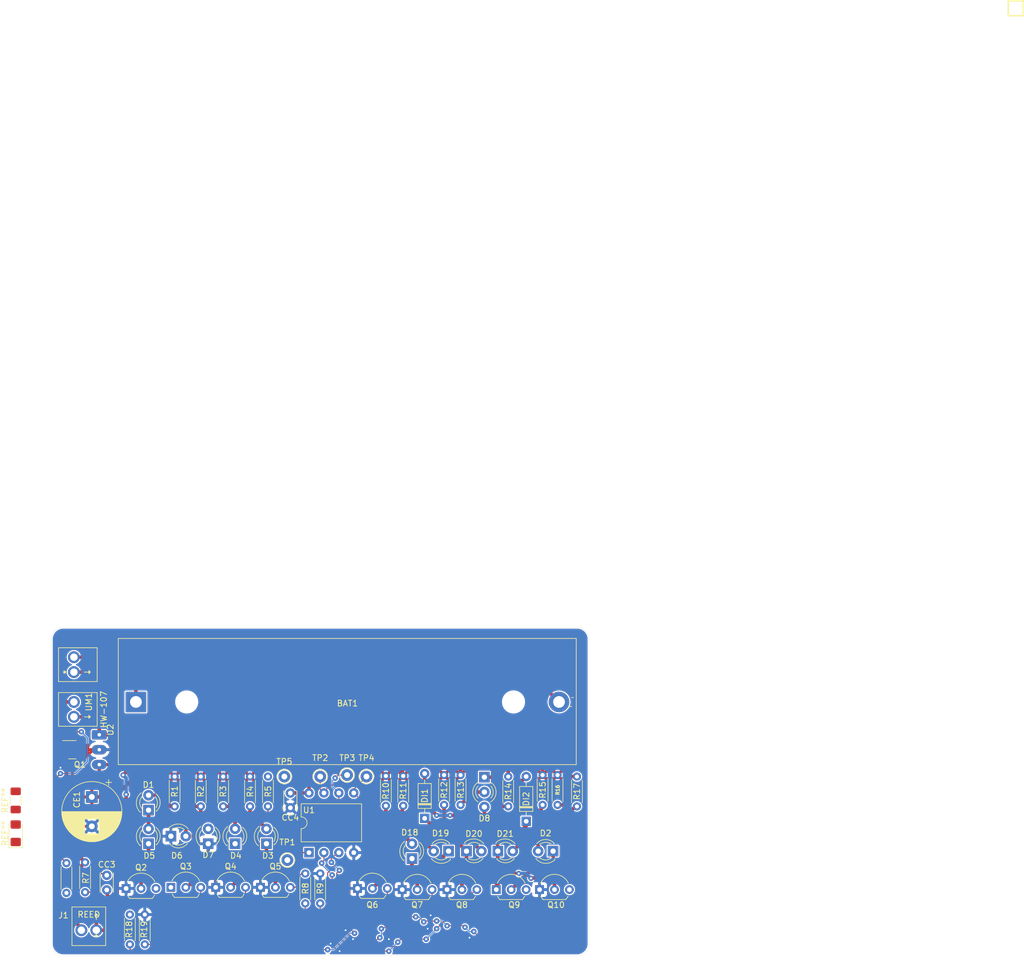
<source format=kicad_pcb>
(kicad_pcb (version 20211014) (generator pcbnew)
  (title_block (title "Fairy Box") (date "2022-09-25") (rev "v0.1") (company "Mico Pico") (comment 1 "This is the best"))
  (layers (0 "F.Cu" signal "Front") (31 "B.Cu" signal "Back") (36 "B.SilkS" user "B.Silkscreen") (37 "F.SilkS" user "F.Silkscreen") (38 "B.Mask" user) (39 "F.Mask" user) (44 "Edge.Cuts" user))
  (net 0 "")
  (net 1 "GND")
  (net 2 "/B+")
  (net 3 "/B-")
  (net 4 "+BATT")
  (net 5 "Net-(D8-Pad3)")
  (net 6 "/Q9_COL")
  (net 7 "/MCU GPIO0 MOSI")
  (net 8 "/MCU GPIO1 MISO")
  (net 9 "/MCU GPIO2 SCK")
  (net 10 "/MCU GPIO4")
  (net 11 "/Q5_COL")
  (net 12 "/D20_AN")
  (net 13 "/RP8")
  (net 14 "+5V")
  (net 15 "/Q4_COL")
  (net 16 "/D5_AN")
  (net 17 "/D1_AN")
  (net 18 "/Q2_COL")
  (net 19 "/D18_AN")
  (net 20 "/MCU GPIO3")
  (net 21 "/Q3_COL")
  (net 22 "/Q6_COL")
  (net 23 "/D2_AN")
  (net 24 "/D7_AN")
  (net 25 "/Q7_COL")
  (net 26 "/D21_AN")
  (net 27 "/Q8_COL")
  (net 28 "/Q2_BASE")
  (net 29 "/Q5_BASE")
  (net 30 "/REED_RETURN")
  (net 31 "/D8_AN1")
  (net 32 "/D8_AN2")
  (net 33 "/D19_AN")
  (net 34 "/Q10_COL")
  (net 35 "/D3_AN")
  (net 36 "Net-(U1-Pad1)")
  (net 37 "-BATT")
  (net 38 "/MCU RST")
  (net 39 "/R17_AN")
  (net 40 "/Q1_BASE")
  (footprint "LED_THT:LED_D3.0mm-3" (layer "F.Cu") (at 124.46 76.3 -90)
    (fp_text reference "D8")
    (fp_text value locked "ORNG")
  )
  (footprint "Package_TO_SOT_THT:TO-92L_Inline_Wide" (layer "F.Cu") (at 71.11 95.065)
    (fp_text reference "Q3")
    (fp_text value locked "C114")
  )
  (footprint "Package_TO_SOT_THT:TO-92L_Inline_Wide" (layer "F.Cu") (at 118.1 95.446)
    (fp_text reference "Q8")
    (fp_text value locked "C114")
  )
  (footprint "UltraLibrary:Via-GND" (layer "F.Cu") (at 115.316 99.822)
    (fp_text reference "JP5" hide)
    (fp_text value "ViaGND" hide)
  )
  (footprint "Capacitor_THT:CP_Radial_D10.0mm_P5.00mm" (layer "F.Cu") (at 57.658 79.674323 -90)
    (fp_text reference "CE1")
    (fp_text value locked "2200uF")
  )
  (footprint "Package_TO_SOT_SMD:SOT-23" (layer "F.Cu") (at 54.356 71.628)
    (fp_text reference "Q1")
    (fp_text value locked "SI2302")
  )
  (footprint "UltraLibrary:LED_D3.0mm-DRC-larger-silk-footprint" (layer "F.Cu") (at 67.31 81.92 90)
    (fp_text reference "D1")
    (fp_text value locked "RED")
  )
  (footprint "Connector_Pin:Pin_D1.0mm_L10.0mm" (layer "F.Cu") (at 96.52 76.2)
    (fp_text reference "TP2")
    (fp_text value locked "SCK")
  )
  (footprint "Resistor_THT:R_Axial_DIN0204_L3.6mm_D1.6mm_P5.08mm_Horizontal" (layer "F.Cu") (at 71.755 76.2 -90)
    (fp_text reference "R1")
    (fp_text value locked "68R")
  )
  (footprint "UltraLibrary:Via-GND" (layer "F.Cu") (at 102.108 103.886)
    (fp_text reference "JP7" hide)
    (fp_text value "ViaGND" hide)
  )
  (footprint "Diode_THT:D_DO-35_SOD27_P7.62mm_Horizontal" (layer "F.Cu") (at 114.3 83.312 90)
    (fp_text reference "DI1")
    (fp_text value "1N914" hide)
  )
  (footprint "UltraLibrary:HW-107 2.54mm terminals" (layer "F.Cu") (at 57.15 66.04 90)
    (fp_text reference "UM1")
    (fp_text value "HW-107")
  )
  (footprint "LED_SMD:LED_1206_3216Metric_Pad1.42x1.75mm_HandSolder" (layer "F.Cu") (at 44.704 85.852 90)
    (fp_text reference "REF**")
    (fp_text value "LED_1206_3216Metric_Pad1.42x1.75mm_HandSolder" hide)
  )
  (footprint "UltraLibrary:LED_D3.0mm-DRC-larger-silk-footprint" (layer "F.Cu") (at 126.741 88.9)
    (fp_text reference "D21")
    (fp_text value locked "BLU-V")
  )
  (footprint "UltraLibrary:Via-GND" (layer "F.Cu") (at 98.298 104.648)
    (fp_text reference "JP6" hide)
    (fp_text value "ViaGND" hide)
  )
  (footprint "UltraLibrary:Via-GND" (layer "F.Cu") (at 114.808 102.108)
    (fp_text reference "JP2" hide)
    (fp_text value "ViaGND" hide)
  )
  (footprint "UltraLibrary:Via-GND" (layer "F.Cu") (at 52.324 74.676)
    (fp_text reference "JP1" hide)
    (fp_text value "ViaGND" hide)
  )
  (footprint "Resistor_THT:R_Axial_DIN0204_L3.6mm_D1.6mm_P5.08mm_Horizontal" (layer "F.Cu") (at 117.602 75.946 -90)
    (fp_text reference "R12")
    (fp_text value locked "100R")
  )
  (footprint "Connector_Pin:Pin_D1.0mm_L10.0mm" (layer "F.Cu") (at 90.932 90.424)
    (fp_text reference "TP1")
    (fp_text value locked "GND")
  )
  (footprint "Connector_Pin:Pin_D1.0mm_L10.0mm" (layer "F.Cu") (at 104.394 76.2)
    (fp_text reference "TP4")
    (fp_text value locked "MOSI")
  )
  (footprint "Resistor_THT:R_Axial_DIN0204_L3.6mm_D1.6mm_P5.08mm_Horizontal" (layer "F.Cu") (at 93.98 97.79 90)
    (fp_text reference "R8")
    (fp_text value "4.7K" hide)
  )
  (footprint "UltraLibrary:LED_D3.0mm-DRC-larger-silk-footprint" (layer "F.Cu") (at 82.042 87.635 90)
    (fp_text reference "D4")
    (fp_text value locked "RED")
  )
  (footprint "Resistor_THT:R_Axial_DIN0204_L3.6mm_D1.6mm_P5.08mm_Horizontal" (layer "F.Cu") (at 76.2 76.2 -90)
    (fp_text reference "R2")
    (fp_text value locked "150R")
  )
  (footprint "UltraLibrary:LED_D3.0mm-DRC-larger-silk-footprint" (layer "F.Cu") (at 118.364 88.895 180)
    (fp_text reference "D19")
    (fp_text value locked "BLUE")
  )
  (footprint "Resistor_THT:R_Axial_DIN0204_L3.6mm_D1.6mm_P5.08mm_Horizontal" (layer "F.Cu") (at 120.404 75.946 -90)
    (fp_text reference "R13")
    (fp_text value locked "470R")
  )
  (footprint "Resistor_THT:R_Axial_DIN0204_L3.6mm_D1.6mm_P5.08mm_Horizontal" (layer "F.Cu") (at 140.208 76.2 -90)
    (fp_text reference "R17")
    (fp_text value locked "150R")
  )
  (footprint "Connector_Pin:Pin_D1.0mm_L10.0mm" (layer "F.Cu") (at 90.424 76.2)
    (fp_text reference "TP5")
    (fp_text value locked "VCC")
  )
  (footprint "UltraLibrary:LED_D3.0mm-DRC-larger-silk-footprint" (layer "F.Cu") (at 136.149 88.9 180)
    (fp_text reference "D2")
    (fp_text value locked "RED")
  )
  (footprint "UltraLibrary:LED_D3.0mm-DRC-larger-silk-footprint" (layer "F.Cu") (at 87.376 87.635 90)
    (fp_text reference "D3")
    (fp_text value locked "BLUE")
  )
  (footprint "Package_TO_SOT_THT:TO-92L_Inline_Wide" (layer "F.Cu") (at 102.87 95.25)
    (fp_text reference "Q6")
    (fp_text value locked "C114")
  )
  (footprint "UltraLibrary:Via-GND" (layer "F.Cu") (at 99.822 105.918)
    (fp_text reference "JP9" hide)
    (fp_text value "ViaGND" hide)
  )
  (footprint "UltraLibrary:LED_D3.0mm-DRC-larger-silk-footprint" (layer "F.Cu") (at 112.141 90.17 90)
    (fp_text reference "D18")
    (fp_text value locked "YELLOW")
  )
  (footprint "Diode_THT:D_DO-35_SOD27_P7.62mm_Horizontal" (layer "F.Cu") (at 131.572 83.82 90)
    (fp_text reference "DI2")
    (fp_text value locked "1N914")
  )
  (footprint "Resistor_THT:R_Axial_DIN0204_L3.6mm_D1.6mm_P5.08mm_Horizontal" (layer "F.Cu") (at 96.52 97.79 90)
    (fp_text reference "R9")
    (fp_text value "47K" hide)
  )
  (footprint "Resistor_THT:R_Axial_DIN0204_L3.6mm_D1.6mm_P5.08mm_Horizontal" (layer "F.Cu") (at 110.644 76.1 -90)
    (fp_text reference "R11")
    (fp_text value locked "100R")
  )
  (footprint "Package_TO_SOT_THT:TO-92L_Inline_Wide" (layer "F.Cu") (at 110.48 95.446)
    (fp_text reference "Q7")
    (fp_text value locked "C114")
  )
  (footprint "Resistor_THT:R_Axial_DIN0204_L3.6mm_D1.6mm_P5.08mm_Horizontal" (layer "F.Cu") (at 56.515 90.805 -90)
    (fp_text reference "R7")
    (fp_text value locked "300R")
  )
  (footprint "Package_TO_SOT_THT:TO-92L_Inline_Wide" (layer "F.Cu") (at 78.74 95.065)
    (fp_text reference "Q4")
    (fp_text value locked "C114")
  )
  (footprint "Resistor_THT:R_Axial_DIN0204_L3.6mm_D1.6mm_P5.08mm_Horizontal" (layer "F.Cu") (at 64.135 104.775 90)
    (fp_text reference "R18")
    (fp_text value locked "4.7K")
  )
  (footprint "Package_TO_SOT_THT:TO-92L_Inline_Wide" (layer "F.Cu") (at 86.36 95.065)
    (fp_text reference "Q5")
    (fp_text value locked "C3200")
  )
  (footprint "Resistor_THT:R_Axial_DIN0204_L3.6mm_D1.6mm_P5.08mm_Horizontal" (layer "F.Cu") (at 53.34 90.932 -90)
    (fp_text reference "R6" hide)
    (fp_text value locked "1K")
  )
  (footprint "Package_TO_SOT_THT:TO-92L_Inline_Wide" (layer "F.Cu") (at 133.848 95.446)
    (fp_text reference "Q10")
    (fp_text value locked "C114")
  )
  (footprint "Resistor_THT:R_Axial_DIN0204_L3.6mm_D1.6mm_P5.08mm_Horizontal" (layer "F.Cu") (at 66.675 104.775 90)
    (fp_text reference "R19")
    (fp_text value locked "47K")
  )
  (footprint "Resistor_THT:R_Axial_DIN0204_L3.6mm_D1.6mm_P5.08mm_Horizontal" (layer "F.Cu") (at 87.63 76.2 -90)
    (fp_text reference "R5")
    (fp_text value locked "10K")
  )
  (footprint "UltraLibrary:LED_D3.0mm-DRC-larger-silk-footprint" (layer "F.Cu") (at 121.412 88.9)
    (fp_text reference "D20")
    (fp_text value locked "BLU-V")
  )
  (footprint "UltraLibrary:KF128-2P" (layer "F.Cu") (at 58.42 101.6 180)
    (fp_text reference "J1")
    (fp_text value "REED")
  )
  (footprint "Connector_Pin:Pin_D1.0mm_L10.0mm" (layer "F.Cu") (at 101.092 75.946)
    (fp_text reference "TP3")
    (fp_text value locked "MISO")
  )
  (footprint "UltraLibrary:LED_D3.0mm-DRC-larger-silk-footprint" (layer "F.Cu") (at 71.115 86.36)
    (fp_text reference "D6")
    (fp_text value locked "BLUE")
  )
  (footprint "UltraLibrary:LED_D3.0mm-DRC-larger-silk-footprint" (layer "F.Cu") (at 77.47 87.635 90)
    (fp_text reference "D7")
    (fp_text value locked "RED")
  )
  (footprint "Resistor_THT:R_Axial_DIN0204_L3.6mm_D1.6mm_P5.08mm_Horizontal" (layer "F.Cu") (at 136.906 75.946 -90)
    (fp_text reference "R16")
    (fp_text value locked "10R")
  )
  (footprint "Battery:18650 battery sled 1x" (layer "F.Cu") (at 65.16 62.738)
    (fp_text reference "BAT1")
    (fp_text value locked "3.7 V")
  )
  (footprint "UltraLibrary:Via-GND" (layer "F.Cu") (at 121.92 103.632)
    (fp_text reference "JP4" hide)
    (fp_text value "ViaGND" hide)
  )
  (footprint "Resistor_THT:R_Axial_DIN0204_L3.6mm_D1.6mm_P5.08mm_Horizontal" (layer "F.Cu") (at 84.582 76.2 -90)
    (fp_text reference "R4")
    (fp_text value locked "150R")
  )
  (footprint "Resistor_THT:R_Axial_DIN0204_L3.6mm_D1.6mm_P5.08mm_Horizontal" (layer "F.Cu") (at 134.366 75.946 -90)
    (fp_text reference "R15")
    (fp_text value locked "100R")
  )
  (footprint "Resistor_SMD:R_1206_3216Metric_Pad1.30x1.75mm_HandSolder" (layer "F.Cu") (at 44.704 80.264 90)
    (fp_text reference "REF**")
    (fp_text value "R_1206_3216Metric_Pad1.30x1.75mm_HandSolder" hide)
  )
  (footprint "Package_TO_SOT_THT:TO-92L_Inline_Wide" (layer "F.Cu") (at 63.5 95.25)
    (fp_text reference "Q2")
    (fp_text value locked "C3200")
  )
  (footprint "UltraLibrary:Via-GND" (layer "F.Cu") (at 108.204 103.886)
    (fp_text reference "JP8" hide)
    (fp_text value "ViaGND" hide)
  )
  (footprint "Resistor_THT:R_Axial_DIN0204_L3.6mm_D1.6mm_P5.08mm_Horizontal" (layer "F.Cu") (at 107.696 76.1 -90)
    (fp_text reference "R10")
    (fp_text value locked "100R")
  )
  (footprint "Resistor_THT:R_Axial_DIN0204_L3.6mm_D1.6mm_P5.08mm_Horizontal" (layer "F.Cu") (at 80.01 76.2 -90)
    (fp_text reference "R3")
    (fp_text value locked "47R")
  )
  (footprint "Capacitor_THT:C_Disc_D3.0mm_W2.0mm_P2.50mm" (layer "F.Cu") (at 60.198 95.504 90)
    (fp_text reference "CC3")
    (fp_text value locked "2.2nF")
  )
  (footprint "UltraLibrary:Via-GND" (layer "F.Cu") (at 100.838 102.362)
    (fp_text reference "JP3" hide)
    (fp_text value "ViaGND" hide)
  )
  (footprint "Capacitor_THT:C_Disc_D3.0mm_W2.0mm_P2.50mm" (layer "F.Cu") (at 91.44 79.014 -90)
    (fp_text reference "CC4")
    (fp_text value locked "0.1uF")
  )
  (footprint "UltraLibrary:3p-P2.54mm-big-pad-wire-holes" (layer "F.Cu") (at 58.928 69.088 -90)
    (fp_text reference "U2")
    (fp_text value locked "CJ7032")
  )
  (footprint "UltraLibrary:LED_D3.0mm-DRC-larger-silk-footprint" (layer "F.Cu") (at 67.31 87.635 90)
    (fp_text reference "D5")
    (fp_text value locked "RED")
  )
  (footprint "Package_DIP:DIP-8_W10.16mm" (layer "F.Cu") (at 94.615 89.154 90)
    (fp_text reference "U1")
    (fp_text value locked "ATTINY85")
  )
  (footprint "Package_TO_SOT_THT:TO-92L_Inline_Wide" (layer "F.Cu") (at 126.482 95.446)
    (fp_text reference "Q9")
    (fp_text value locked "C114")
  )
  (footprint "Resistor_THT:R_Axial_DIN0204_L3.6mm_D1.6mm_P5.08mm_Horizontal" (layer "F.Cu") (at 128.516 76.2 -90)
    (fp_text reference "R14")
    (fp_text value locked "150R")
  )
  (gr_rect (start 216.154 -53.34) (end 213.614 -55.88) (layer "F.SilkS") (width 0.254) (fill none))
  (gr_line (start 142.24 104.68) (end 142.24 52.8) (layer "Edge.Cuts") (width 0.0381))
  (gr_arc (start 50.8 52.8) (mid 51.385786 51.385786) (end 52.8 50.8) (layer "Edge.Cuts") (width 0.0381))
  (gr_arc (start 52.8 106.68) (mid 51.385275 106.094725) (end 50.8 104.68) (layer "Edge.Cuts") (width 0.0381))
  (gr_line (start 140.24 50.8) (end 52.8 50.8) (layer "Edge.Cuts") (width 0.0381))
  (gr_arc (start 140.24 50.8) (mid 141.654214 51.385786) (end 142.24 52.8) (layer "Edge.Cuts") (width 0.0381))
  (gr_line (start 50.8 52.8) (end 50.8 104.68) (layer "Edge.Cuts") (width 0.0381))
  (gr_arc (start 142.24 104.68) (mid 141.645042 106.085042) (end 140.24 106.68) (layer "Edge.Cuts") (width 0.0381))
  (gr_line (start 140.24 106.68) (end 52.8 106.68) (layer "Edge.Cuts") (width 0.0381))
  (segment (start 77.47 87.635) (end 77.47 91.186) (width 0.6) (layer "F.Cu") (net 1))
  (segment (start 99.568 105.918) (end 99.822 105.918) (width 0.15) (layer "F.Cu") (net 1))
  (segment (start 55.464323 84.674323) (end 57.658 84.674323) (width 0.45) (layer "F.Cu") (net 1))
  (segment (start 57.912 71.628) (end 54.356 75.184) (width 0.45) (layer "F.Cu") (net 1))
  (segment (start 54.356 75.184) (end 54.356 83.566) (width 0.45) (layer "F.Cu") (net 1))
  (segment (start 98.298 104.648) (end 99.568 105.918) (width 0.15) (layer "F.Cu") (net 1))
  (segment (start 54.7855 71.628) (end 58.928 71.628) (width 0.45) (layer "F.Cu") (net 1))
  (segment (start 100.838 102.362) (end 100.838 102.616) (width 0.15) (layer "F.Cu") (net 1))
  (segment (start 77.47 91.186) (end 78.74 92.456) (width 0.6) (layer "F.Cu") (net 1))
  (segment (start 54.356 83.566) (end 55.464323 84.674323) (width 0.45) (layer "F.Cu") (net 1))
  (segment (start 78.74 92.456) (end 78.74 95.065) (width 0.6) (layer "F.Cu") (net 1))
  (segment (start 100.838 102.616) (end 102.108 103.886) (width 0.15) (layer "F.Cu") (net 1))
  (segment (start 65.16 60.08) (end 63.5 58.42) (width 0.6) (layer "F.Cu") (net 2))
  (segment (start 63.5 58.42) (end 54.61 58.42) (width 0.6) (layer "F.Cu") (net 2))
  (segment (start 65.16 63.5) (end 65.16 60.08) (width 0.6) (layer "F.Cu") (net 2))
  (segment (start 129.54 55.88) (end 54.61 55.88) (width 0.6) (layer "F.Cu") (net 3))
  (segment (start 137.16 63.5) (end 129.54 55.88) (width 0.6) (layer "F.Cu") (net 3))
  (segment (start 63.5 86.995) (end 61.976 88.519) (width 0.6) (layer "F.Cu") (net 4))
  (segment (start 63.5 75.438) (end 63.5 71.12) (width 0.6) (layer "F.Cu") (net 4))
  (segment (start 58.42 98.552) (end 58.42 102.362) (width 0.6) (layer "F.Cu") (net 4))
  (segment (start 61.976 100.584) (end 60.198 102.362) (width 0.6) (layer "F.Cu") (net 4))
  (segment (start 60.325 96.647) (end 58.42 98.552) (width 0.6) (layer "F.Cu") (net 4))
  (segment (start 57.404 66.04) (end 54.61 66.04) (width 0.6) (layer "F.Cu") (net 4))
  (segment (start 60.325 95.23) (end 60.325 96.647) (width 0.6) (layer "F.Cu") (net 4))
  (segment (start 61.976 88.519) (end 61.976 100.584) (width 0.6) (layer "F.Cu") (net 4))
  (segment (start 62.992 75.946) (end 63.5 75.438) (width 0.6) (layer "F.Cu") (net 4))
  (segment (start 61.468 69.088) (end 58.928 69.088) (width 0.6) (layer "F.Cu") (net 4))
  (segment (start 63.5 78.994) (end 63.5 86.995) (width 0.6) (layer "F.Cu") (net 4))
  (segment (start 60.198 102.362) (end 58.42 102.362) (width 0.6) (layer "F.Cu") (net 4))
  (segment (start 58.928 69.088) (end 58.928 67.564) (width 0.6) (layer "F.Cu") (net 4))
  (segment (start 58.928 67.564) (end 57.404 66.04) (width 0.6) (layer "F.Cu") (net 4))
  (segment (start 63.5 71.12) (end 61.468 69.088) (width 0.6) (layer "F.Cu") (net 4))
  (via (at 62.992 75.946) (size 0.95) (drill 0.4) (layers "F.Cu" "B.Cu") (net 4))
  (via (at 63.5 79.248) (size 0.95) (drill 0.4) (layers "F.Cu" "B.Cu") (net 4))
  (segment (start 63.5 78.994) (end 63.5 76.454) (width 0.6) (layer "B.Cu") (net 4))
  (segment (start 63.5 76.454) (end 62.992 75.946) (width 0.6) (layer "B.Cu") (net 4))
  (segment (start 128.778 84.074) (end 130.048 82.804) (width 0.6) (layer "F.Cu") (net 5))
  (segment (start 121.158 84.328) (end 123.698 84.328) (width 0.6) (layer "F.Cu") (net 5))
  (segment (start 124.46 83.566) (end 124.46 81.38) (width 0.6) (layer "F.Cu") (net 5))
  (segment (start 114.3 75.692) (end 114.3 80.772) (width 0.6) (layer "F.Cu") (net 5))
  (segment (start 130.048 82.804) (end 130.048 77.724) (width 0.6) (layer "F.Cu") (net 5))
  (segment (start 119.634 82.804) (end 121.158 84.328) (width 0.6) (layer "F.Cu") (net 5))
  (segment (start 114.3 80.772) (end 116.332 82.804) (width 0.6) (layer "F.Cu") (net 5))
  (segment (start 124.46 82.804) (end 125.73 84.074) (width 0.6) (layer "F.Cu") (net 5))
  (segment (start 125.73 84.074) (end 128.778 84.074) (width 0.6) (layer "F.Cu") (net 5))
  (segment (start 118.618 82.804) (end 119.634 82.804) (width 0.6) (layer "F.Cu") (net 5))
  (segment (start 130.048 77.724) (end 131.572 76.2) (width 0.6) (layer "F.Cu") (net 5))
  (segment (start 123.698 84.328) (end 124.46 83.566) (width 0.6) (layer "F.Cu") (net 5))
  (via (at 118.618 82.804) (size 0.9) (drill 0.35) (layers "F.Cu" "B.Cu") (net 5))
  (via (at 116.332 82.804) (size 0.9) (drill 0.35) (layers "F.Cu" "B.Cu") (net 5))
  (segment (start 116.332 82.804) (end 118.618 82.804) (width 0.6) (layer "B.Cu") (net 5))
  (segment (start 135.128 91.948) (end 136.149 90.927) (width 0.6) (layer "F.Cu") (net 6))
  (segment (start 129.022 95.446) (end 130.488 93.98) (width 0.6) (layer "F.Cu") (net 6))
  (segment (start 130.556 93.98) (end 132.588 91.948) (width 0.6) (layer "F.Cu") (net 6))
  (segment (start 136.149 90.927) (end 136.149 88.9) (width 0.6) (layer "F.Cu") (net 6))
  (segment (start 132.588 91.948) (end 135.128 91.948) (width 0.6) (layer "F.Cu") (net 6))
  (segment (start 130.488 93.98) (end 130.556 93.98) (width 0.6) (layer "F.Cu") (net 6))
  (segment (start 106.045 92.075) (end 108.585 89.535) (width 0.15) (layer "F.Cu") (net 7))
  (segment (start 101.6 93.345) (end 102.87 92.075) (width 0.15) (layer "F.Cu") (net 7))
  (segment (start 69.215 106.045) (end 67.945 104.775) (width 0.15) (layer "F.Cu") (net 7))
  (segment (start 104.14 82.042) (end 104.14 80.899) (width 0.15) (layer "F.Cu") (net 7))
  (segment (start 108.585 89.535) (end 108.585 86.487) (width 0.15) (layer "F.Cu") (net 7))
  (segment (start 64.135 105.537) (end 64.135 104.775) (width 0.15) (layer "F.Cu") (net 7))
  (segment (start 97.79 105.664) (end 97.771559 105.682441) (width 0.15) (layer "F.Cu") (net 7))
  (segment (start 104.394 76.2) (end 102.235 78.359) (width 0.15) (layer "F.Cu") (net 7))
  (segment (start 108.585 86.487) (end 104.14 82.042) (width 0.15) (layer "F.Cu") (net 7))
  (segment (start 101.6 102.108) (end 101.6 93.345) (width 0.15) (layer "F.Cu") (net 7))
  (segment (start 102.87 92.075) (end 106.045 92.075) (width 0.15) (layer "F.Cu") (net 7))
  (segment (start 76.19 102.86) (end 76.19 95.065) (width 0.15) (layer "F.Cu") (net 7))
  (segment (start 67.945 104.775) (end 66.675 104.775) (width 0.15) (layer "F.Cu") (net 7))
  (segment (start 79.375 106.045) (end 76.19 102.86) (width 0.15) (layer "F.Cu") (net 7))
  (segment (start 94.977559 105.682441) (end 94.615 106.045) (width 0.15) (layer "F.Cu") (net 7))
  (segment (start 94.615 106.045) (end 64.643 106.045) (width 0.15) (layer "F.Cu") (net 7))
  (segment (start 64.643 106.045) (end 64.135 105.537) (width 0.15) (layer "F.Cu") (net 7))
  (segment (start 102.362 102.87) (end 101.6 102.108) (width 0.15) (layer "F.Cu") (net 7))
  (segment (start 104.14 80.899) (end 102.235 78.994) (width 0.15) (layer "F.Cu") (net 7))
  (segment (start 97.771559 105.682441) (end 94.977559 105.682441) (width 0.15) (layer "F.Cu") (net 7))
  (via (at 97.79 105.664) (size 0.95) (drill 0.35) (layers "F.Cu" "B.Cu") (net 7))
  (via (at 102.362 102.87) (size 0.95) (drill 0.35) (layers "F.Cu" "B.Cu") (net 7))
  (segment (start 97.79 105.664) (end 98.806 105.664) (width 0.15) (layer "B.Cu") (net 7))
  (segment (start 98.806 105.664) (end 101.6 102.87) (width 0.15) (layer "B.Cu") (net 7))
  (segment (start 101.6 102.87) (end 102.362 102.87) (width 0.15) (layer "B.Cu") (net 7))
  (segment (start 84.836 101.854) (end 95.25 101.854) (width 0.15) (layer "F.Cu") (net 8))
  (segment (start 99.695 78.74) (end 99.695 81.28) (width 0.15) (layer "F.Cu") (net 8))
  (segment (start 99.695 81.28) (end 104.902 86.487) (width 0.15) (layer "F.Cu") (net 8))
  (segment (start 104.902 86.487) (end 104.902 89.662) (width 0.15) (layer "F.Cu") (net 8))
  (segment (start 103.886 90.678) (end 99.713449 90.678) (width 0.15) (layer "F.Cu") (net 8))
  (segment (start 99.713449 90.678) (end 97.79 92.601449) (width 0.15) (layer "F.Cu") (net 8))
  (segment (start 83.82 95.065) (end 83.82 100.838) (width 0.15) (layer "F.Cu") (net 8))
  (segment (start 94.234 99.568) (end 93.98 99.314) (width 0.15) (layer "F.Cu") (net 8))
  (segment (start 94.234 99.568) (end 97.536 99.568) (width 0.15) (layer "F.Cu") (net 8))
  (segment (start 104.902 89.662) (end 103.886 90.678) (width 0.15) (layer "F.Cu") (net 8))
  (segment (start 96.774 99.568) (end 96.52 99.314) (width 0.15) (layer "F.Cu") (net 8))
  (segment (start 83.82 100.838) (end 84.836 101.854) (width 0.15) (layer "F.Cu") (net 8))
  (segment (start 96.52 99.314) (end 96.52 97.79) (width 0.15) (layer "F.Cu") (net 8))
  (segment (start 95.25 101.854) (end 97.536 99.568) (width 0.15) (layer "F.Cu") (net 8))
  (segment (start 97.79 99.314) (end 97.536 99.568) (width 0.15) (layer "F.Cu") (net 8))
  (segment (start 101.092 75.946) (end 99.568 75.946) (width 0.15) (layer "F.Cu") (net 8))
  (segment (start 93.98 99.314) (end 93.98 97.79) (width 0.15) (layer "F.Cu") (net 8))
  (segment (start 99.568 75.946) (end 99.06 76.454) (width 0.15) (layer "F.Cu") (net 8))
  (segment (start 97.79 92.601449) (end 97.79 99.314) (width 0.15) (layer "F.Cu") (net 8))
  (via (at 99.06 76.454) (size 0.95) (drill 0.35) (layers "F.Cu" "B.Cu") (net 8))
  (segment (start 98.679 77.978) (end 99.695 78.994) (width 0.15) (layer "B.Cu") (net 8))
  (segment (start 98.552 77.978) (end 98.679 77.978) (width 0.15) (layer "B.Cu") (net 8))
  (segment (start 99.06 76.454) (end 98.552 76.962) (width 0.15) (layer "B.Cu") (net 8))
  (segment (start 98.552 76.962) (end 98.552 77.978) (width 0.15) (layer "B.Cu") (net 8))
  (segment (start 100.838 78.335127) (end 100.148362 77.645489) (width 0.15) (layer "F.Cu") (net 9))
  (segment (start 96.52 76.2) (end 96.52 78.359) (width 0.15) (layer "F.Cu") (net 9))
  (segment (start 101.854 104.648) (end 100.076 102.87) (width 0.15) (layer "F.Cu") (net 9))
  (segment (start 100.838 79.502) (end 100.838 78.335127) (width 0.15) (layer "F.Cu") (net 9))
  (segment (start 98.249511 77.645489) (end 97.155 78.74) (width 0.15) (layer "F.Cu") (net 9))
  (segment (start 107.315 88.519) (end 107.315 85.979) (width 0.15) (layer "F.Cu") (net 9))
  (segment (start 115.57 98.425) (end 115.57 95.25) (width 0.15) (layer "F.Cu") (net 9))
  (segment (start 106.68 103.6395) (end 105.1635 104.648) (width 0.15) (layer "F.Cu") (net 9))
  (segment (start 100.148362 77.645489) (end 98.249511 77.645489) (width 0.15) (layer "F.Cu") (net 9))
  (segment (start 106.934 102.1005) (end 108.1965 101.6) (width 0.15) (layer "F.Cu") (net 9))
  (segment (start 100.076 102.87) (end 100.076 93.98) (width 0.15) (layer "F.Cu") (net 9))
  (segment (start 105.1635 104.648) (end 101.854 104.648) (width 0.15) (layer "F.Cu") (net 9))
  (segment (start 107.315 85.979) (end 100.838 79.502) (width 0.15) (layer "F.Cu") (net 9))
  (segment (start 102.616 91.44) (end 104.394 91.44) (width 0.15) (layer "F.Cu") (net 9))
  (segment (start 108.1965 101.6) (end 112.395 101.6) (width 0.15) (layer "F.Cu") (net 9))
  (segment (start 112.395 101.6) (end 115.57 98.425) (width 0.15) (layer "F.Cu") (net 9))
  (segment (start 100.076 93.98) (end 102.616 91.44) (width 0.15) (layer "F.Cu") (net 9))
  (segment (start 104.394 91.44) (end 107.315 88.519) (width 0.15) (layer "F.Cu") (net 9))
  (segment (start 96.52 78.359) (end 97.155 78.994) (width 0.15) (layer "F.Cu") (net 9))
  (via (at 106.68 103.6395) (size 0.95) (drill 0.35) (layers "F.Cu" "B.Cu") (net 9))
  (via (at 106.934 102.1005) (size 0.95) (drill 0.35) (layers "F.Cu" "B.Cu") (net 9))
  (segment (start 106.68 103.6395) (end 106.934 103.3855) (width 0.15) (layer "B.Cu") (net 9))
  (segment (start 106.934 103.3855) (end 106.934 102.1005) (width 0.15) (layer "B.Cu") (net 9))
  (segment (start 98.425 90.805) (end 98.425 90.17) (width 0.15) (layer "F.Cu") (net 10))
  (segment (start 120.904 101.6) (end 121.158 101.854) (width 0.15) (layer "F.Cu") (net 10))
  (segment (start 119.590176 105.156) (end 101.346 105.156) (width 0.15) (layer "F.Cu") (net 10))
  (segment (start 107.95 98.552) (end 107.95 95.25) (width 0.15) (layer "F.Cu") (net 10))
  (segment (start 98.425 90.17) (end 99.695 88.9) (width 0.15) (layer "F.Cu") (net 10))
  (segment (start 114.281357 100.801881) (end 114.145619 100.937619) (width 0.15) (layer "F.Cu") (net 10))
  (segment (start 122.654619 102.588619) (end 123.952 103.886) (width 0.15) (layer "F.Cu") (net 10))
  (segment (start 129.032 103.886) (end 130.048 104.902) (width 0.15) (layer "F.Cu") (net 10))
  (segment (start 123.952 103.886) (end 129.032 103.886) (width 0.15) (layer "F.Cu") (net 10))
  (segment (start 101.346 105.156) (end 99.314 103.124) (width 0.15) (layer "F.Cu") (net 10))
  (segment (start 112.776 100.076) (end 109.474 100.076) (width 0.15) (layer "F.Cu") (net 10))
  (segment (start 99.329011 92.622751) (end 99.785881 92.165881) (width 0.15) (layer "F.Cu") (net 10))
  (segment (start 130.048 104.902) (end 119.844176 104.902) (width 0.15) (layer "F.Cu") (net 10))
  (segment (start 116.332 100.801881) (end 114.281357 100.801881) (width 0.15) (layer "F.Cu") (net 10))
  (segment (start 118.11 101.6) (end 120.904 101.6) (width 0.15) (layer "F.Cu") (net 10))
  (segment (start 119.844176 104.902) (end 119.590176 105.156) (width 0.15) (layer "F.Cu") (net 10))
  (segment (start 109.474 100.076) (end 107.95 98.552) (width 0.15) (layer "F.Cu") (net 10))
  (segment (start 99.314 103.124) (end 99.314 93.297754) (width 0.15) (layer "F.Cu") (net 10))
  (segment (start 99.329011 93.282743) (end 99.329011 92.622751) (width 0.15) (layer "F.Cu") (net 10))
  (segment (start 99.314 93.297754) (end 99.329011 93.282743) (width 0.15) (layer "F.Cu") (net 10))
  (via (at 99.785881 92.165881) (size 0.95) (drill 0.35) (layers "F.Cu" "B.Cu") (net 10))
  (via (at 98.425 90.805) (size 0.95) (drill 0.35) (layers "F.Cu" "B.Cu") (net 10))
  (via (at 118.11 101.6) (size 0.95) (drill 0.35) (layers "F.Cu" "B.Cu") (net 10))
  (via (at 112.776 100.076) (size 0.95) (drill 0.35) (layers "F.Cu" "B.Cu") (net 10))
  (via (at 116.332 100.801881) (size 0.95) (drill 0.35) (layers "F.Cu" "B.Cu") (net 10))
  (via (at 122.654619 102.588619) (size 0.95) (drill 0.35) (layers "F.Cu" "B.Cu") (net 10))
  (via (at 114.145619 100.937619) (size 0.95) (drill 0.35) (layers "F.Cu" "B.Cu") (net 10))
  (via (at 121.158 101.854) (size 0.95) (drill 0.35) (layers "F.Cu" "B.Cu") (net 10))
  (segment (start 121.892619 102.588619) (end 121.158 101.854) (width 0.15) (layer "B.Cu") (net 10))
  (segment (start 122.654619 102.588619) (end 121.892619 102.588619) (width 0.15) (layer "B.Cu") (net 10))
  (segment (start 117.311881 100.801881) (end 116.332 100.801881) (width 0.15) (layer "B.Cu") (net 10))
  (segment (start 99.785881 92.165881) (end 98.425 90.805) (width 0.15) (layer "B.Cu") (net 10))
  (segment (start 113.284 100.076) (end 114.145619 100.937619) (width 0.15) (layer "B.Cu") (net 10))
  (segment (start 112.776 100.076) (end 113.284 100.076) (width 0.15) (layer "B.Cu") (net 10))
  (segment (start 118.11 101.6) (end 117.311881 100.801881) (width 0.15) (layer "B.Cu") (net 10))
  (segment (start 88.9 90.805) (end 88.9 95.065) (width 0.6) (layer "F.Cu") (net 11))
  (segment (start 87.376 87.63) (end 87.376 89.281) (width 0.6) (layer "F.Cu") (net 11))
  (segment (start 87.376 89.281) (end 88.9 90.805) (width 0.6) (layer "F.Cu") (net 11))
  (segment (start 117.602 83.566) (end 119.126 85.09) (width 0.6) (layer "F.Cu") (net 12))
  (segment (start 119.126 85.09) (end 120.142 85.09) (width 0.6) (layer "F.Cu") (net 12))
  (segment (start 120.142 85.09) (end 123.952 88.9) (width 0.6) (layer "F.Cu") (net 12))
  (segment (start 117.602 81.026) (end 117.602 83.566) (width 0.6) (layer "F.Cu") (net 12))
  (segment (start 59.162 92.73) (end 58.42 93.472) (width 0.2) (layer "F.Cu") (net 13))
  (segment (start 60.325 92.73) (end 59.162 92.73) (width 0.2) (layer "F.Cu") (net 13))
  (segment (start 57.531 95.885) (end 56.515 95.885) (width 0.2) (layer "F.Cu") (net 13))
  (segment (start 58.42 93.472) (end 58.42 94.996) (width 0.2) (layer "F.Cu") (net 13))
  (segment (start 58.42 94.996) (end 57.531 95.885) (width 0.2) (layer "F.Cu") (net 13))
  (segment (start 111.76 73.914) (end 110.49 75.184) (width 0.6) (layer "F.Cu") (net 14))
  (segment (start 94.615 74.93) (end 94.615 78.994) (width 0.6) (layer "F.Cu") (net 14))
  (segment (start 61.549677 79.674323) (end 57.658 79.674323) (width 0.6) (layer "F.Cu") (net 14))
  (segment (start 128.516 74.668) (end 128.516 76.2) (width 0.6) (layer "F.Cu") (net 14))
  (segment (start 107.696 74.422) (end 108.204 74.422) (width 0.6) (layer "F.Cu") (net 14))
  (segment (start 64.77 76.454) (end 64.77 74.93) (width 0.6) (layer "F.Cu") (net 14))
  (segment (start 64.77 74.93) (end 68.58 71.12) (width 0.6) (layer "F.Cu") (net 14))
  (segment (start 94.615 78.994) (end 91.46 78.994) (width 0.6) (layer "F.Cu") (net 14))
  (segment (start 90.805 71.12) (end 94.615 74.93) (width 0.6) (layer "F.Cu") (net 14))
  (segment (start 104.394 71.12) (end 107.696 74.422) (width 0.6) (layer "F.Cu") (net 14))
  (segment (start 110.49 75.184) (end 110.49 75.946) (width 0.6) (layer "F.Cu") (net 14))
  (segment (start 111.76 73.914) (end 133.604 73.914) (width 0.6) (layer "F.Cu") (net 14))
  (segment (start 133.604 73.914) (end 134.366 74.676) (width 0.6) (layer "F.Cu") (net 14))
  (segment (start 120.404 74.938) (end 120.404 75.946) (width 0.6) (layer "F.Cu") (net 14))
  (segment (start 119.38 73.914) (end 120.404 74.938) (width 0.6) (layer "F.Cu") (net 14))
  (segment (start 127.762 73.914) (end 128.516 74.668) (width 0.6) (layer "F.Cu") (net 14))
  (segment (start 134.366 74.676) (end 134.366 75.946) (width 0.6) (layer "F.Cu") (net 14))
  (segment (start 64.77 76.454) (end 61.549677 79.674323) (width 0.6) (layer "F.Cu") (net 14))
  (segment (start 90.805 71.12) (end 104.394 71.12) (width 0.6) (layer "F.Cu") (net 14))
  (segment (start 68.58 71.12) (end 90.805 71.12) (width 0.6) (layer "F.Cu") (net 14))
  (segment (start 81.788 81.28) (end 84.328 83.82) (width 0.6) (layer "F.Cu") (net 15))
  (segment (start 84.328 92.017) (end 81.28 95.065) (width 0.6) (layer "F.Cu") (net 15))
  (segment (start 80.01 81.28) (end 81.788 81.28) (width 0.6) (layer "F.Cu") (net 15))
  (segment (start 82.042 82.042) (end 82.042 85.095) (width 0.6) (layer "F.Cu") (net 15))
  (segment (start 84.328 83.82) (end 84.328 92.017) (width 0.6) (layer "F.Cu") (net 15))
  (segment (start 81.28 81.28) (end 82.042 82.042) (width 0.6) (layer "F.Cu") (net 15))
  (segment (start 67.31 81.92) (end 67.31 85.09) (width 0.6) (layer "F.Cu") (net 16))
  (segment (start 71.374 81.539) (end 69.215 79.38) (width 0.6) (layer "F.Cu") (net 17))
  (segment (start 69.215 79.38) (end 67.31 79.38) (width 0.6) (layer "F.Cu") (net 17))
  (segment (start 66.04 95.25) (end 66.04 90.805) (width 0.6) (layer "F.Cu") (net 18))
  (segment (start 66.04 90.805) (end 67.31 89.535) (width 0.6) (layer "F.Cu") (net 18))
  (segment (start 67.31 89.535) (end 67.31 87.63) (width 0.6) (layer "F.Cu") (net 18))
  (segment (start 112.141 87.63) (end 107.696 83.185) (width 0.6) (layer "F.Cu") (net 19))
  (segment (start 107.696 83.185) (end 107.696 81.18) (width 0.6) (layer "F.Cu") (net 19))
  (segment (start 98.552 103.632) (end 100.8455 105.9255) (width 0.15) (layer "F.Cu") (net 20))
  (segment (start 110.2285 103.886) (end 109.728 104.3865) (width 0.15) (layer "F.Cu") (net 20))
  (segment (start 116.332 102.1005) (end 116.3395 102.1005) (width 0.15) (layer "F.Cu") (net 20))
  (segment (start 96.774 90.932) (end 97.155 90.551) (width 0.15) (layer "F.Cu") (net 20))
  (segment (start 114.554 103.886) (end 110.2285 103.886) (width 0.15) (layer "F.Cu") (net 20))
  (segment (start 98.552 92.9715) (end 98.552 103.632) (width 0.15) (layer "F.Cu") (net 20))
  (segment (start 97.155 90.551) (end 97.155 88.9) (width 0.15) (layer "F.Cu") (net 20))
  (segment (start 98.5595 92.964) (end 98.552 92.9715) (width 0.15) (layer "F.Cu") (net 20))
  (segment (start 116.3395 102.1005) (end 123.18 95.26) (width 0.15) (layer "F.Cu") (net 20))
  (segment (start 100.8455 105.9255) (end 108.204 105.9255) (width 0.15) (layer "F.Cu") (net 20))
  (via (at 108.204 105.9255) (size 0.95) (drill 0.35) (layers "F.Cu" "B.Cu") (net 20))
  (via (at 96.774 90.932) (size 0.95) (drill 0.35) (layers "F.Cu" "B.Cu") (net 20))
  (via (at 114.554 103.886) (size 0.95) (drill 0.35) (layers "F.Cu" "B.Cu") (net 20))
  (via (at 116.332 102.1005) (size 0.95) (drill 0.35) (layers "F.Cu" "B.Cu") (net 20))
  (via (at 98.5595 92.964) (size 0.95) (drill 0.35) (layers "F.Cu" "B.Cu") (net 20))
  (via (at 109.728 104.3865) (size 0.95) (drill 0.35) (layers "F.Cu" "B.Cu") (net 20))
  (segment (start 96.774 90.932) (end 96.774 91.1785) (width 0.15) (layer "B.Cu") (net 20))
  (segment (start 114.554 103.886) (end 114.554 103.8785) (width 0.15) (layer "B.Cu") (net 20))
  (segment (start 114.554 103.8785) (end 116.332 102.1005) (width 0.15) (layer "B.Cu") (net 20))
  (segment (start 108.204 105.9105) (end 108.204 105.9255) (width 0.15) (layer "B.Cu") (net 20))
  (segment (start 109.728 104.3865) (end 108.204 105.9105) (width 0.15) (layer "B.Cu") (net 20))
  (segment (start 96.774 91.1785) (end 98.5595 92.964) (width 0.15) (layer "B.Cu") (net 20))
  (segment (start 74.676 81.28) (end 76.2 81.28) (width 0.6) (layer "F.Cu") (net 21))
  (segment (start 73.655 86.36) (end 73.655 82.301) (width 0.6) (layer "F.Cu") (net 21))
  (segment (start 74.93 93.98) (end 74.93 83.82) (width 0.6) (layer "F.Cu") (net 21))
  (segment (start 76.2 82.55) (end 76.2 81.28) (width 0.6) (layer "F.Cu") (net 21))
  (segment (start 73.655 82.301) (end 74.676 81.28) (width 0.6) (layer "F.Cu") (net 21))
  (segment (start 74.93 83.82) (end 76.2 82.55) (width 0.6) (layer "F.Cu") (net 21))
  (segment (start 73.66 95.25) (end 74.93 93.98) (width 0.6) (layer "F.Cu") (net 21))
  (segment (start 112.141 91.313) (end 112.141 90.17) (width 0.6) (layer "F.Cu") (net 22))
  (segment (start 111.506 91.948) (end 112.141 91.313) (width 0.6) (layer "F.Cu") (net 22))
  (segment (start 108.712 91.948) (end 115.311 91.948) (width 0.6) (layer "F.Cu") (net 22))
  (segment (start 115.311 91.948) (end 118.364 88.895) (width 0.6) (layer "F.Cu") (net 22))
  (segment (start 105.41 95.25) (end 108.712 91.948) (width 0.6) (layer "F.Cu") (net 22))
  (segment (start 133.609 88.9) (end 133.609 87.625) (width 0.6) (layer "F.Cu") (net 23))
  (segment (start 133.609 87.625) (end 139.954 81.28) (width 0.6) (layer "F.Cu") (net 23))
  (segment (start 117.602 93.218) (end 118.872 91.948) (width 0.6) (layer "F.Cu") (net 25))
  (segment (start 118.872 91.948) (end 120.396 91.948) (width 0.6) (layer "F.Cu") (net 25))
  (segment (start 113.03 95.25) (end 113.03 93.98) (width 0.6) (layer "F.Cu") (net 25))
  (segment (start 113.03 93.98) (end 113.792 93.218) (width 0.6) (layer "F.Cu") (net 25))
  (segment (start 120.396 91.948) (end 121.412 90.932) (width 0.6) (layer "F.Cu") (net 25))
  (segment (start 113.792 93.218) (end 117.602 93.218) (width 0.6) (layer "F.Cu") (net 25))
  (segment (start 114.3 83.312) (end 117.602 86.614) (width 0.6) (layer "F.Cu") (net 25))
  (segment (start 119.126 86.614) (end 121.412 88.9) (width 0.6) (layer "F.Cu") (net 25))
  (segment (start 121.412 90.932) (end 121.412 88.9) (width 0.6) (layer "F.Cu") (net 25))
  (segment (start 117.602 86.614) (end 119.126 86.614) (width 0.6) (layer "F.Cu") (net 25))
  (segment (start 134.112 84.069) (end 134.112 81.28) (width 0.6) (layer "F.Cu") (net 26))
  (segment (start 129.281 88.9) (end 134.112 84.069) (width 0.6) (layer "F.Cu") (net 26))
  (segment (start 131.572 84.582) (end 130.302 85.852) (width 0.6) (layer "F.Cu") (net 27))
  (segment (start 126.741 90.429) (end 126.741 88.9) (width 0.6) (layer "F.Cu") (net 27))
  (segment (start 131.572 83.82) (end 131.572 84.582) (width 0.6) (layer "F.Cu") (net 27))
  (segment (start 126.741 86.365) (end 126.741 88.9) (width 0.6) (layer "F.Cu") (net 27))
  (segment (start 127.254 85.852) (end 126.741 86.365) (width 0.6) (layer "F.Cu") (net 27))
  (segment (start 120.64 95.25) (end 120.64 93.99) (width 0.6) (layer "F.Cu") (net 27))
  (segment (start 130.302 85.852) (end 127.254 85.852) (width 0.6) (layer "F.Cu") (net 27))
  (segment (start 125.222 91.948) (end 126.741 90.429) (width 0.6) (layer "F.Cu") (net 27))
  (segment (start 122.682 91.948) (end 125.222 91.948) (width 0.6) (layer "F.Cu") (net 27))
  (segment (start 120.64 93.99) (end 122.682 91.948) (width 0.6) (layer "F.Cu") (net 27))
  (segment (start 93.345 92.71) (end 92.71 93.345) (width 0.15) (layer "F.Cu") (net 29))
  (segment (start 92.71 93.345) (end 92.71 94.615) (width 0.15) (layer "F.Cu") (net 29))
  (segment (start 93.98 92.71) (end 93.345 92.71) (width 0.15) (layer "F.Cu") (net 29))
  (segment (start 92.71 94.615) (end 92.26 95.065) (width 0.15) (layer "F.Cu") (net 29))
  (segment (start 92.26 95.065) (end 91.44 95.065) (width 0.15) (layer "F.Cu") (net 29))
  (segment (start 124.46 76.3) (end 125.83 76.3) (width 0.6) (layer "F.Cu") (net 31))
  (segment (start 125.83 76.3) (end 126.746 77.216) (width 0.6) (layer "F.Cu") (net 31))
  (segment (start 126.746 77.216) (end 126.746 80.772) (width 0.6) (layer "F.Cu") (net 31))
  (segment (start 127.254 81.28) (end 128.516 81.28) (width 0.6) (layer "F.Cu") (net 31))
  (segment (start 126.746 80.772) (end 127.254 81.28) (width 0.6) (layer "F.Cu") (net 31))
  (segment (start 122.59 78.84) (end 120.404 81.026) (width 0.6) (layer "F.Cu") (net 32))
  (segment (start 124.46 78.84) (end 122.59 78.84) (width 0.6) (layer "F.Cu") (net 32))
  (segment (start 115.824 88.895) (end 110.49 83.561) (width 0.6) (layer "F.Cu") (net 33))
  (segment (start 110.49 83.561) (end 110.49 81.18) (width 0.6) (layer "F.Cu") (net 33))
  (segment (start 128.524 92.71) (end 126.482 94.752) (width 0.6) (layer "F.Cu") (net 34))
  (segment (start 132.435082 93.472) (end 135.636 93.472) (width 0.6) (layer "F.Cu") (net 34))
  (segment (start 132.384541 93.522541) (end 132.435082 93.472) (width 0.6) (layer "F.Cu") (net 34))
  (segment (start 126.482 94.752) (end 126.482 95.446) (width 0.6) (layer "F.Cu") (net 34))
  (segment (start 130.302 92.71) (end 128.524 92.71) (width 0.6) (layer "F.Cu") (net 34))
  (segment (start 135.636 93.472) (end 136.388 94.224) (width 0.6) (layer "F.Cu") (net 34))
  (segment (start 136.388 94.224) (end 136.388 95.446) (width 0.6) (layer "F.Cu") (net 34))
  (via (at 130.302 92.71) (size 0.9) (drill 0.35) (layers "F.Cu" "B.Cu") (net 34))
  (via (at 132.384541 93.522541) (size 0.9) (drill 0.35) (layers "F.Cu" "B.Cu") (net 34))
  (segment (start 131.572 92.71) (end 132.384541 93.522541) (width 0.6) (layer "B.Cu") (net 34))
  (segment (start 130.302 92.71) (end 131.572 92.71) (width 0.6) (layer "B.Cu") (net 34))
  (segment (start 87.376 85.09) (end 84.582 82.296) (width 0.6) (layer "F.Cu") (net 35))
  (segment (start 84.582 82.296) (end 84.582 81.28) (width 0.6) (layer "F.Cu") (net 35))
  (segment (start 91.186 87.884) (end 91.186 84.582) (width 0.2) (layer "F.Cu") (net 36))
  (segment (start 91.186 84.582) (end 89.662 83.058) (width 0.2) (layer "F.Cu") (net 36))
  (segment (start 87.884 83.058) (end 87.63 82.804) (width 0.2) (layer "F.Cu") (net 36))
  (segment (start 87.63 82.804) (end 87.63 81.28) (width 0.2) (layer "F.Cu") (net 36))
  (segment (start 92.456 89.154) (end 91.186 87.884) (width 0.2) (layer "F.Cu") (net 36))
  (segment (start 94.615 89.154) (end 92.456 89.154) (width 0.2) (layer "F.Cu") (net 36))
  (segment (start 89.662 83.058) (end 87.884 83.058) (width 0.2) (layer "F.Cu") (net 36))
  (segment (start 51.96476 71.85952) (end 51.96476 64.87524) (width 0.6) (layer "F.Cu") (net 37))
  (segment (start 56.515 90.805) (end 53.34 87.63) (width 0.6) (layer "F.Cu") (net 37))
  (segment (start 55.118 101.262824) (end 56.048588 102.193412) (width 0.6) (layer "F.Cu") (net 37))
  (segment (start 53.33574 72.578) (end 52.68324 72.578) (width 0.6) (layer "F.Cu") (net 37))
  (segment (start 55.118 92.202) (end 55.118 101.262824) (width 0.6) (layer "F.Cu") (net 37))
  (segment (start 51.96476 64.87524) (end 53.34 63.5) (width 0.6) (layer "F.Cu") (net 37))
  (segment (start 56.515 90.805) (end 55.118 92.202) (width 0.6) (layer "F.Cu") (net 37))
  (segment (start 53.34 63.5) (end 54.61 63.5) (width 0.6) (layer "F.Cu") (net 37))
  (segment (start 53.34 87.63) (end 53.34 72.6565) (width 0.6) (layer "F.Cu") (net 37))
  (segment (start 52.68324 72.578) (end 51.96476 71.85952) (width 0.6) (layer "F.Cu") (net 37))
  (segment (start 138.684 80.518) (end 138.684 76.708) (width 0.6) (layer "F.Cu") (net 39))
  (segment (start 138.176 81.026) (end 138.684 80.518) (width 0.6) (layer "F.Cu") (net 39))
  (segment (start 136.906 81.026) (end 138.176 81.026) (width 0.6) (layer "F.Cu") (net 39))
  (segment (start 139.192 76.2) (end 140.208 76.2) (width 0.6) (layer "F.Cu") (net 39))
  (segment (start 138.684 76.708) (end 139.192 76.2) (width 0.6) (layer "F.Cu") (net 39))
  (segment (start 53.34 69.596) (end 53.34 70.5995) (width 0.2) (layer "F.Cu") (net 40))
  (segment (start 53.34 90.932) (end 51.816 89.408) (width 0.2) (layer "F.Cu") (net 40))
  (segment (start 54.356 68.58) (end 53.34 69.596) (width 0.2) (layer "F.Cu") (net 40))
  (segment (start 51.816 89.408) (end 51.816 76.2) (width 0.2) (layer "F.Cu") (net 40))
  (segment (start 51.816 76.2) (end 52.324 75.692) (width 0.2) (layer "F.Cu") (net 40))
  (segment (start 55.88 68.58) (end 54.356 68.58) (width 0.2) (layer "F.Cu") (net 40))
  (via (at 55.88 68.58) (size 0.9) (drill 0.35) (layers "F.Cu" "B.Cu") (net 40))
  (via (at 52.324 75.692) (size 0.9) (drill 0.35) (layers "F.Cu" "B.Cu") (net 40))
  (segment (start 56.896 73.66) (end 56.896 69.596) (width 0.2) (layer "B.Cu") (net 40))
  (segment (start 52.324 75.692) (end 54.864 75.692) (width 0.2) (layer "B.Cu") (net 40))
  (segment (start 56.896 69.596) (end 55.88 68.58) (width 0.2) (layer "B.Cu") (net 40))
  (segment (start 54.864 75.692) (end 56.896 73.66) (width 0.2) (layer "B.Cu") (net 40))
  (zone (net 14) (net_name "+5V") (layer "F.Cu") (name "Restor Power Puddle 2") (priority 1) (connect_pads thru_hole_only (clearance 0)) (min_thickness 0.254) (fill yes (thermal_gap 0.508) (thermal_bridge_width 0.508))
    (polygon (pts (xy 137.914126 73.151337) (xy 137.924622 77.215337) (xy 133.273766 77.204848) (xy 133.273766 73.140848)))
  )
  (zone (net 14) (net_name "+5V") (layer "F.Cu") (name "Restor Power Puddle 2") (priority 1) (connect_pads thru_hole_only (clearance 0)) (min_thickness 0.254) (fill yes (thermal_gap 0.508) (thermal_bridge_width 0.508))
    (polygon (pts (xy 121.417251 73.154833) (xy 121.428721 76.964833) (xy 116.256774 76.962) (xy 116.2558 73.152)))
  )
  (zone (net 1) (net_name "GND") (layer "F.Cu") (name "5V REG GND") (priority 1) (connect_pads thru_hole_only (clearance 0)) (min_thickness 0.254) (fill yes (thermal_gap 0.508) (thermal_bridge_width 0.508))
    (polygon (pts (xy 61.468 72.644) (xy 55.118 72.644) (xy 55.118 70.612) (xy 61.468 70.612)))
  )
  (zone (net 14) (net_name "+5V") (layer "F.Cu") (name "1") (priority 1) (connect_pads (clearance 0)) (min_thickness 0.254) (fill yes (thermal_gap 0.508) (thermal_bridge_width 0.508) (smoothing fillet))
    (polygon (pts (xy 61.722 76.962) (xy 60.706 80.772) (xy 59.436 81.534) (xy 58.42 81.534) (xy 55.88 81.534) (xy 55.626 76.454) (xy 57.912 73.406) (xy 61.722 73.406)))
  )
  (zone (net 14) (net_name "+5V") (layer "F.Cu") (name "Resistor Power Puddle") (priority 1) (connect_pads thru_hole_only (clearance 0)) (min_thickness 0.254) (fill yes (thermal_gap 0.508) (thermal_bridge_width 0.508) (smoothing chamfer))
    (polygon (pts (xy 86.741 77.343) (xy 69.342 77.343) (xy 69.342 73.406) (xy 86.741 73.406)))
  )
  (zone (net 14) (net_name "+5V") (layer "F.Cu") (name "Restor Power Puddle 2") (priority 1) (connect_pads thru_hole_only (clearance 0)) (min_thickness 0.254) (fill yes (thermal_gap 0.508) (thermal_bridge_width 0.508))
    (polygon (pts (xy 112.001564 73.669189) (xy 112.01206 77.733189) (xy 106.3498 77.724) (xy 106.3498 73.66)))
  )
  (zone (net 1) (net_name "GND") (layer "B.Cu") (priority 1) (connect_pads (clearance 0)) (min_thickness 0.254) (fill yes (thermal_gap 0.508) (thermal_bridge_width 0.508))
    (polygon (pts (xy 144.145 50.8) (xy 145.415 107.315) (xy 50.165 107.95) (xy 50.8 49.53)))
  )
)
</source>
